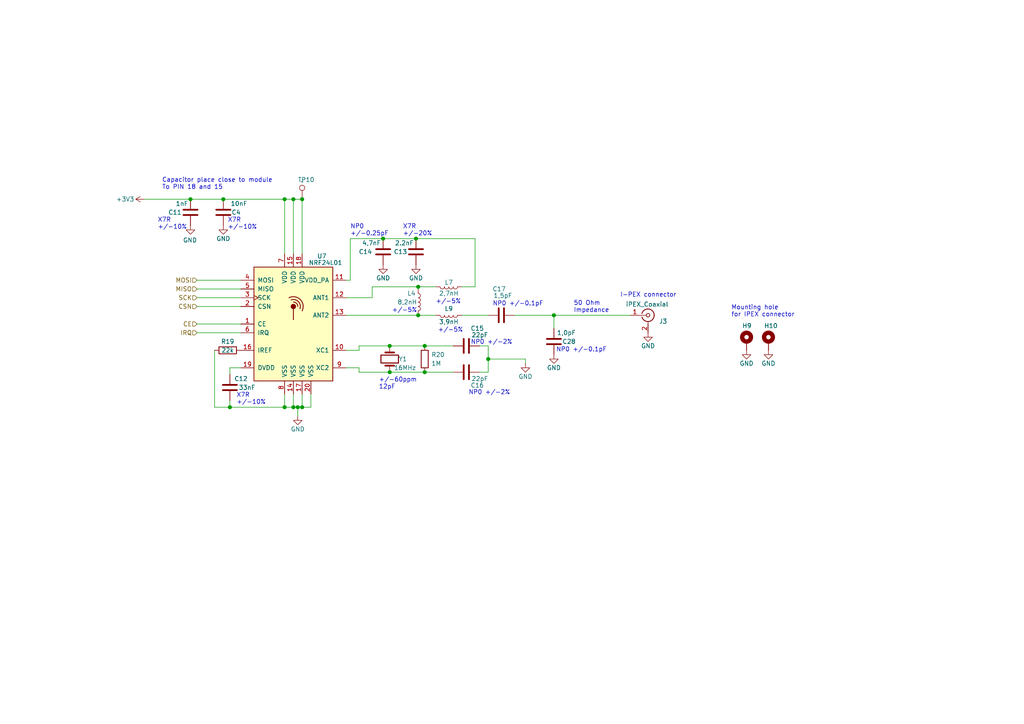
<source format=kicad_sch>
(kicad_sch (version 20211123) (generator eeschema)

  (uuid be1ad959-29f8-4c4e-9fbd-504dfc9dd2f0)

  (paper "A4")

  (lib_symbols
    (symbol "Connector:Conn_Coaxial" (pin_names (offset 1.016) hide) (in_bom yes) (on_board yes)
      (property "Reference" "J" (id 0) (at 0.254 3.048 0)
        (effects (font (size 1.27 1.27)))
      )
      (property "Value" "Conn_Coaxial" (id 1) (at 2.921 0 90)
        (effects (font (size 1.27 1.27)))
      )
      (property "Footprint" "" (id 2) (at 0 0 0)
        (effects (font (size 1.27 1.27)) hide)
      )
      (property "Datasheet" " ~" (id 3) (at 0 0 0)
        (effects (font (size 1.27 1.27)) hide)
      )
      (property "ki_keywords" "BNC SMA SMB SMC LEMO coaxial connector CINCH RCA" (id 4) (at 0 0 0)
        (effects (font (size 1.27 1.27)) hide)
      )
      (property "ki_description" "coaxial connector (BNC, SMA, SMB, SMC, Cinch/RCA, LEMO, ...)" (id 5) (at 0 0 0)
        (effects (font (size 1.27 1.27)) hide)
      )
      (property "ki_fp_filters" "*BNC* *SMA* *SMB* *SMC* *Cinch* *LEMO*" (id 6) (at 0 0 0)
        (effects (font (size 1.27 1.27)) hide)
      )
      (symbol "Conn_Coaxial_0_1"
        (arc (start -1.778 -0.508) (mid 0.222 -1.808) (end 1.778 0)
          (stroke (width 0.254) (type default) (color 0 0 0 0))
          (fill (type none))
        )
        (polyline
          (pts
            (xy -2.54 0)
            (xy -0.508 0)
          )
          (stroke (width 0) (type default) (color 0 0 0 0))
          (fill (type none))
        )
        (polyline
          (pts
            (xy 0 -2.54)
            (xy 0 -1.778)
          )
          (stroke (width 0) (type default) (color 0 0 0 0))
          (fill (type none))
        )
        (circle (center 0 0) (radius 0.508)
          (stroke (width 0.2032) (type default) (color 0 0 0 0))
          (fill (type none))
        )
        (arc (start 1.778 0) (mid 0.222 1.8083) (end -1.778 0.508)
          (stroke (width 0.254) (type default) (color 0 0 0 0))
          (fill (type none))
        )
      )
      (symbol "Conn_Coaxial_1_1"
        (pin passive line (at -5.08 0 0) (length 2.54)
          (name "In" (effects (font (size 1.27 1.27))))
          (number "1" (effects (font (size 1.27 1.27))))
        )
        (pin passive line (at 0 -5.08 90) (length 2.54)
          (name "Ext" (effects (font (size 1.27 1.27))))
          (number "2" (effects (font (size 1.27 1.27))))
        )
      )
    )
    (symbol "Connector:TestPoint" (pin_numbers hide) (pin_names (offset 0.762) hide) (in_bom yes) (on_board yes)
      (property "Reference" "TP" (id 0) (at 0 6.858 0)
        (effects (font (size 1.27 1.27)))
      )
      (property "Value" "TestPoint" (id 1) (at 0 5.08 0)
        (effects (font (size 1.27 1.27)))
      )
      (property "Footprint" "" (id 2) (at 5.08 0 0)
        (effects (font (size 1.27 1.27)) hide)
      )
      (property "Datasheet" "~" (id 3) (at 5.08 0 0)
        (effects (font (size 1.27 1.27)) hide)
      )
      (property "ki_keywords" "test point tp" (id 4) (at 0 0 0)
        (effects (font (size 1.27 1.27)) hide)
      )
      (property "ki_description" "test point" (id 5) (at 0 0 0)
        (effects (font (size 1.27 1.27)) hide)
      )
      (property "ki_fp_filters" "Pin* Test*" (id 6) (at 0 0 0)
        (effects (font (size 1.27 1.27)) hide)
      )
      (symbol "TestPoint_0_1"
        (circle (center 0 3.302) (radius 0.762)
          (stroke (width 0) (type default) (color 0 0 0 0))
          (fill (type none))
        )
      )
      (symbol "TestPoint_1_1"
        (pin passive line (at 0 0 90) (length 2.54)
          (name "1" (effects (font (size 1.27 1.27))))
          (number "1" (effects (font (size 1.27 1.27))))
        )
      )
    )
    (symbol "Device:C" (pin_numbers hide) (pin_names (offset 0.254)) (in_bom yes) (on_board yes)
      (property "Reference" "C" (id 0) (at 0.635 2.54 0)
        (effects (font (size 1.27 1.27)) (justify left))
      )
      (property "Value" "C" (id 1) (at 0.635 -2.54 0)
        (effects (font (size 1.27 1.27)) (justify left))
      )
      (property "Footprint" "" (id 2) (at 0.9652 -3.81 0)
        (effects (font (size 1.27 1.27)) hide)
      )
      (property "Datasheet" "~" (id 3) (at 0 0 0)
        (effects (font (size 1.27 1.27)) hide)
      )
      (property "ki_keywords" "cap capacitor" (id 4) (at 0 0 0)
        (effects (font (size 1.27 1.27)) hide)
      )
      (property "ki_description" "Unpolarized capacitor" (id 5) (at 0 0 0)
        (effects (font (size 1.27 1.27)) hide)
      )
      (property "ki_fp_filters" "C_*" (id 6) (at 0 0 0)
        (effects (font (size 1.27 1.27)) hide)
      )
      (symbol "C_0_1"
        (polyline
          (pts
            (xy -2.032 -0.762)
            (xy 2.032 -0.762)
          )
          (stroke (width 0.508) (type default) (color 0 0 0 0))
          (fill (type none))
        )
        (polyline
          (pts
            (xy -2.032 0.762)
            (xy 2.032 0.762)
          )
          (stroke (width 0.508) (type default) (color 0 0 0 0))
          (fill (type none))
        )
      )
      (symbol "C_1_1"
        (pin passive line (at 0 3.81 270) (length 2.794)
          (name "~" (effects (font (size 1.27 1.27))))
          (number "1" (effects (font (size 1.27 1.27))))
        )
        (pin passive line (at 0 -3.81 90) (length 2.794)
          (name "~" (effects (font (size 1.27 1.27))))
          (number "2" (effects (font (size 1.27 1.27))))
        )
      )
    )
    (symbol "Device:Crystal" (pin_numbers hide) (pin_names (offset 1.016) hide) (in_bom yes) (on_board yes)
      (property "Reference" "Y" (id 0) (at 0 3.81 0)
        (effects (font (size 1.27 1.27)))
      )
      (property "Value" "Crystal" (id 1) (at 0 -3.81 0)
        (effects (font (size 1.27 1.27)))
      )
      (property "Footprint" "" (id 2) (at 0 0 0)
        (effects (font (size 1.27 1.27)) hide)
      )
      (property "Datasheet" "~" (id 3) (at 0 0 0)
        (effects (font (size 1.27 1.27)) hide)
      )
      (property "ki_keywords" "quartz ceramic resonator oscillator" (id 4) (at 0 0 0)
        (effects (font (size 1.27 1.27)) hide)
      )
      (property "ki_description" "Two pin crystal" (id 5) (at 0 0 0)
        (effects (font (size 1.27 1.27)) hide)
      )
      (property "ki_fp_filters" "Crystal*" (id 6) (at 0 0 0)
        (effects (font (size 1.27 1.27)) hide)
      )
      (symbol "Crystal_0_1"
        (rectangle (start -1.143 2.54) (end 1.143 -2.54)
          (stroke (width 0.3048) (type default) (color 0 0 0 0))
          (fill (type none))
        )
        (polyline
          (pts
            (xy -2.54 0)
            (xy -1.905 0)
          )
          (stroke (width 0) (type default) (color 0 0 0 0))
          (fill (type none))
        )
        (polyline
          (pts
            (xy -1.905 -1.27)
            (xy -1.905 1.27)
          )
          (stroke (width 0.508) (type default) (color 0 0 0 0))
          (fill (type none))
        )
        (polyline
          (pts
            (xy 1.905 -1.27)
            (xy 1.905 1.27)
          )
          (stroke (width 0.508) (type default) (color 0 0 0 0))
          (fill (type none))
        )
        (polyline
          (pts
            (xy 2.54 0)
            (xy 1.905 0)
          )
          (stroke (width 0) (type default) (color 0 0 0 0))
          (fill (type none))
        )
      )
      (symbol "Crystal_1_1"
        (pin passive line (at -3.81 0 0) (length 1.27)
          (name "1" (effects (font (size 1.27 1.27))))
          (number "1" (effects (font (size 1.27 1.27))))
        )
        (pin passive line (at 3.81 0 180) (length 1.27)
          (name "2" (effects (font (size 1.27 1.27))))
          (number "2" (effects (font (size 1.27 1.27))))
        )
      )
    )
    (symbol "Device:L" (pin_numbers hide) (pin_names (offset 1.016) hide) (in_bom yes) (on_board yes)
      (property "Reference" "L" (id 0) (at -1.27 0 90)
        (effects (font (size 1.27 1.27)))
      )
      (property "Value" "L" (id 1) (at 1.905 0 90)
        (effects (font (size 1.27 1.27)))
      )
      (property "Footprint" "" (id 2) (at 0 0 0)
        (effects (font (size 1.27 1.27)) hide)
      )
      (property "Datasheet" "~" (id 3) (at 0 0 0)
        (effects (font (size 1.27 1.27)) hide)
      )
      (property "ki_keywords" "inductor choke coil reactor magnetic" (id 4) (at 0 0 0)
        (effects (font (size 1.27 1.27)) hide)
      )
      (property "ki_description" "Inductor" (id 5) (at 0 0 0)
        (effects (font (size 1.27 1.27)) hide)
      )
      (property "ki_fp_filters" "Choke_* *Coil* Inductor_* L_*" (id 6) (at 0 0 0)
        (effects (font (size 1.27 1.27)) hide)
      )
      (symbol "L_0_1"
        (arc (start 0 -2.54) (mid 0.635 -1.905) (end 0 -1.27)
          (stroke (width 0) (type default) (color 0 0 0 0))
          (fill (type none))
        )
        (arc (start 0 -1.27) (mid 0.635 -0.635) (end 0 0)
          (stroke (width 0) (type default) (color 0 0 0 0))
          (fill (type none))
        )
        (arc (start 0 0) (mid 0.635 0.635) (end 0 1.27)
          (stroke (width 0) (type default) (color 0 0 0 0))
          (fill (type none))
        )
        (arc (start 0 1.27) (mid 0.635 1.905) (end 0 2.54)
          (stroke (width 0) (type default) (color 0 0 0 0))
          (fill (type none))
        )
      )
      (symbol "L_1_1"
        (pin passive line (at 0 3.81 270) (length 1.27)
          (name "1" (effects (font (size 1.27 1.27))))
          (number "1" (effects (font (size 1.27 1.27))))
        )
        (pin passive line (at 0 -3.81 90) (length 1.27)
          (name "2" (effects (font (size 1.27 1.27))))
          (number "2" (effects (font (size 1.27 1.27))))
        )
      )
    )
    (symbol "Device:R" (pin_numbers hide) (pin_names (offset 0)) (in_bom yes) (on_board yes)
      (property "Reference" "R" (id 0) (at 2.032 0 90)
        (effects (font (size 1.27 1.27)))
      )
      (property "Value" "R" (id 1) (at 0 0 90)
        (effects (font (size 1.27 1.27)))
      )
      (property "Footprint" "" (id 2) (at -1.778 0 90)
        (effects (font (size 1.27 1.27)) hide)
      )
      (property "Datasheet" "~" (id 3) (at 0 0 0)
        (effects (font (size 1.27 1.27)) hide)
      )
      (property "ki_keywords" "R res resistor" (id 4) (at 0 0 0)
        (effects (font (size 1.27 1.27)) hide)
      )
      (property "ki_description" "Resistor" (id 5) (at 0 0 0)
        (effects (font (size 1.27 1.27)) hide)
      )
      (property "ki_fp_filters" "R_*" (id 6) (at 0 0 0)
        (effects (font (size 1.27 1.27)) hide)
      )
      (symbol "R_0_1"
        (rectangle (start -1.016 -2.54) (end 1.016 2.54)
          (stroke (width 0.254) (type default) (color 0 0 0 0))
          (fill (type none))
        )
      )
      (symbol "R_1_1"
        (pin passive line (at 0 3.81 270) (length 1.27)
          (name "~" (effects (font (size 1.27 1.27))))
          (number "1" (effects (font (size 1.27 1.27))))
        )
        (pin passive line (at 0 -3.81 90) (length 1.27)
          (name "~" (effects (font (size 1.27 1.27))))
          (number "2" (effects (font (size 1.27 1.27))))
        )
      )
    )
    (symbol "Mechanical:MountingHole_Pad" (pin_numbers hide) (pin_names (offset 1.016) hide) (in_bom yes) (on_board yes)
      (property "Reference" "H" (id 0) (at 0 6.35 0)
        (effects (font (size 1.27 1.27)))
      )
      (property "Value" "MountingHole_Pad" (id 1) (at 0 4.445 0)
        (effects (font (size 1.27 1.27)))
      )
      (property "Footprint" "" (id 2) (at 0 0 0)
        (effects (font (size 1.27 1.27)) hide)
      )
      (property "Datasheet" "~" (id 3) (at 0 0 0)
        (effects (font (size 1.27 1.27)) hide)
      )
      (property "ki_keywords" "mounting hole" (id 4) (at 0 0 0)
        (effects (font (size 1.27 1.27)) hide)
      )
      (property "ki_description" "Mounting Hole with connection" (id 5) (at 0 0 0)
        (effects (font (size 1.27 1.27)) hide)
      )
      (property "ki_fp_filters" "MountingHole*Pad*" (id 6) (at 0 0 0)
        (effects (font (size 1.27 1.27)) hide)
      )
      (symbol "MountingHole_Pad_0_1"
        (circle (center 0 1.27) (radius 1.27)
          (stroke (width 1.27) (type default) (color 0 0 0 0))
          (fill (type none))
        )
      )
      (symbol "MountingHole_Pad_1_1"
        (pin input line (at 0 -2.54 90) (length 2.54)
          (name "1" (effects (font (size 1.27 1.27))))
          (number "1" (effects (font (size 1.27 1.27))))
        )
      )
    )
    (symbol "RF:NRF24L01" (pin_names (offset 1.016)) (in_bom yes) (on_board yes)
      (property "Reference" "U" (id 0) (at -11.43 17.78 0)
        (effects (font (size 1.27 1.27)) (justify left))
      )
      (property "Value" "NRF24L01" (id 1) (at 5.08 17.78 0)
        (effects (font (size 1.27 1.27)) (justify left))
      )
      (property "Footprint" "Package_DFN_QFN:QFN-20-1EP_4x4mm_P0.5mm_EP2.5x2.5mm" (id 2) (at 5.08 20.32 0)
        (effects (font (size 1.27 1.27) italic) (justify left) hide)
      )
      (property "Datasheet" "http://www.nordicsemi.com/eng/content/download/2730/34105/file/nRF24L01_Product_Specification_v2_0.pdf" (id 3) (at 0 2.54 0)
        (effects (font (size 1.27 1.27)) hide)
      )
      (property "ki_keywords" "Low Power RF Transciever" (id 4) (at 0 0 0)
        (effects (font (size 1.27 1.27)) hide)
      )
      (property "ki_description" "Ultra low power 2.4GHz RF Transceiver, QFN-20" (id 5) (at 0 0 0)
        (effects (font (size 1.27 1.27)) hide)
      )
      (property "ki_fp_filters" "QFN*4x4*0.5mm*" (id 6) (at 0 0 0)
        (effects (font (size 1.27 1.27)) hide)
      )
      (symbol "NRF24L01_0_1"
        (rectangle (start -11.43 16.51) (end 11.43 -16.51)
          (stroke (width 0.254) (type default) (color 0 0 0 0))
          (fill (type background))
        )
        (polyline
          (pts
            (xy 0 4.445)
            (xy 0 1.27)
          )
          (stroke (width 0.254) (type default) (color 0 0 0 0))
          (fill (type none))
        )
        (circle (center 0 5.08) (radius 0.635)
          (stroke (width 0.254) (type default) (color 0 0 0 0))
          (fill (type outline))
        )
        (arc (start 1.27 5.08) (mid 0.9109 5.9909) (end 0 6.35)
          (stroke (width 0.254) (type default) (color 0 0 0 0))
          (fill (type none))
        )
        (arc (start 1.905 4.445) (mid 1.4383 6.5183) (end -0.635 6.985)
          (stroke (width 0.254) (type default) (color 0 0 0 0))
          (fill (type none))
        )
        (arc (start 2.54 3.81) (mid 2.008 7.088) (end -1.27 7.62)
          (stroke (width 0.254) (type default) (color 0 0 0 0))
          (fill (type none))
        )
        (rectangle (start 11.43 -13.97) (end 11.43 -13.97)
          (stroke (width 0) (type default) (color 0 0 0 0))
          (fill (type none))
        )
      )
      (symbol "NRF24L01_1_1"
        (pin input line (at -15.24 0 0) (length 3.81)
          (name "CE" (effects (font (size 1.27 1.27))))
          (number "1" (effects (font (size 1.27 1.27))))
        )
        (pin passive line (at 15.24 -7.62 180) (length 3.81)
          (name "XC1" (effects (font (size 1.27 1.27))))
          (number "10" (effects (font (size 1.27 1.27))))
        )
        (pin power_out line (at 15.24 12.7 180) (length 3.81)
          (name "VDD_PA" (effects (font (size 1.27 1.27))))
          (number "11" (effects (font (size 1.27 1.27))))
        )
        (pin passive line (at 15.24 7.62 180) (length 3.81)
          (name "ANT1" (effects (font (size 1.27 1.27))))
          (number "12" (effects (font (size 1.27 1.27))))
        )
        (pin passive line (at 15.24 2.54 180) (length 3.81)
          (name "ANT2" (effects (font (size 1.27 1.27))))
          (number "13" (effects (font (size 1.27 1.27))))
        )
        (pin power_in line (at 0 -20.32 90) (length 3.81)
          (name "VSS" (effects (font (size 1.27 1.27))))
          (number "14" (effects (font (size 1.27 1.27))))
        )
        (pin power_in line (at 0 20.32 270) (length 3.81)
          (name "VDD" (effects (font (size 1.27 1.27))))
          (number "15" (effects (font (size 1.27 1.27))))
        )
        (pin passive line (at -15.24 -7.62 0) (length 3.81)
          (name "IREF" (effects (font (size 1.27 1.27))))
          (number "16" (effects (font (size 1.27 1.27))))
        )
        (pin power_in line (at 2.54 -20.32 90) (length 3.81)
          (name "VSS" (effects (font (size 1.27 1.27))))
          (number "17" (effects (font (size 1.27 1.27))))
        )
        (pin power_in line (at 2.54 20.32 270) (length 3.81)
          (name "VDD" (effects (font (size 1.27 1.27))))
          (number "18" (effects (font (size 1.27 1.27))))
        )
        (pin power_out line (at -15.24 -12.7 0) (length 3.81)
          (name "DVDD" (effects (font (size 1.27 1.27))))
          (number "19" (effects (font (size 1.27 1.27))))
        )
        (pin input line (at -15.24 5.08 0) (length 3.81)
          (name "CSN" (effects (font (size 1.27 1.27))))
          (number "2" (effects (font (size 1.27 1.27))))
        )
        (pin power_in line (at 5.08 -20.32 90) (length 3.81)
          (name "VSS" (effects (font (size 1.27 1.27))))
          (number "20" (effects (font (size 1.27 1.27))))
        )
        (pin input clock (at -15.24 7.62 0) (length 3.81)
          (name "SCK" (effects (font (size 1.27 1.27))))
          (number "3" (effects (font (size 1.27 1.27))))
        )
        (pin input line (at -15.24 12.7 0) (length 3.81)
          (name "MOSI" (effects (font (size 1.27 1.27))))
          (number "4" (effects (font (size 1.27 1.27))))
        )
        (pin output line (at -15.24 10.16 0) (length 3.81)
          (name "MISO" (effects (font (size 1.27 1.27))))
          (number "5" (effects (font (size 1.27 1.27))))
        )
        (pin output line (at -15.24 -2.54 0) (length 3.81)
          (name "IRQ" (effects (font (size 1.27 1.27))))
          (number "6" (effects (font (size 1.27 1.27))))
        )
        (pin power_in line (at -2.54 20.32 270) (length 3.81)
          (name "VDD" (effects (font (size 1.27 1.27))))
          (number "7" (effects (font (size 1.27 1.27))))
        )
        (pin power_in line (at -2.54 -20.32 90) (length 3.81)
          (name "VSS" (effects (font (size 1.27 1.27))))
          (number "8" (effects (font (size 1.27 1.27))))
        )
        (pin passive line (at 15.24 -12.7 180) (length 3.81)
          (name "XC2" (effects (font (size 1.27 1.27))))
          (number "9" (effects (font (size 1.27 1.27))))
        )
      )
    )
    (symbol "power:+3V3" (power) (pin_names (offset 0)) (in_bom yes) (on_board yes)
      (property "Reference" "#PWR" (id 0) (at 0 -3.81 0)
        (effects (font (size 1.27 1.27)) hide)
      )
      (property "Value" "+3V3" (id 1) (at 0 3.556 0)
        (effects (font (size 1.27 1.27)))
      )
      (property "Footprint" "" (id 2) (at 0 0 0)
        (effects (font (size 1.27 1.27)) hide)
      )
      (property "Datasheet" "" (id 3) (at 0 0 0)
        (effects (font (size 1.27 1.27)) hide)
      )
      (property "ki_keywords" "power-flag" (id 4) (at 0 0 0)
        (effects (font (size 1.27 1.27)) hide)
      )
      (property "ki_description" "Power symbol creates a global label with name \"+3V3\"" (id 5) (at 0 0 0)
        (effects (font (size 1.27 1.27)) hide)
      )
      (symbol "+3V3_0_1"
        (polyline
          (pts
            (xy -0.762 1.27)
            (xy 0 2.54)
          )
          (stroke (width 0) (type default) (color 0 0 0 0))
          (fill (type none))
        )
        (polyline
          (pts
            (xy 0 0)
            (xy 0 2.54)
          )
          (stroke (width 0) (type default) (color 0 0 0 0))
          (fill (type none))
        )
        (polyline
          (pts
            (xy 0 2.54)
            (xy 0.762 1.27)
          )
          (stroke (width 0) (type default) (color 0 0 0 0))
          (fill (type none))
        )
      )
      (symbol "+3V3_1_1"
        (pin power_in line (at 0 0 90) (length 0) hide
          (name "+3V3" (effects (font (size 1.27 1.27))))
          (number "1" (effects (font (size 1.27 1.27))))
        )
      )
    )
    (symbol "power:GND" (power) (pin_names (offset 0)) (in_bom yes) (on_board yes)
      (property "Reference" "#PWR" (id 0) (at 0 -6.35 0)
        (effects (font (size 1.27 1.27)) hide)
      )
      (property "Value" "GND" (id 1) (at 0 -3.81 0)
        (effects (font (size 1.27 1.27)))
      )
      (property "Footprint" "" (id 2) (at 0 0 0)
        (effects (font (size 1.27 1.27)) hide)
      )
      (property "Datasheet" "" (id 3) (at 0 0 0)
        (effects (font (size 1.27 1.27)) hide)
      )
      (property "ki_keywords" "power-flag" (id 4) (at 0 0 0)
        (effects (font (size 1.27 1.27)) hide)
      )
      (property "ki_description" "Power symbol creates a global label with name \"GND\" , ground" (id 5) (at 0 0 0)
        (effects (font (size 1.27 1.27)) hide)
      )
      (symbol "GND_0_1"
        (polyline
          (pts
            (xy 0 0)
            (xy 0 -1.27)
            (xy 1.27 -1.27)
            (xy 0 -2.54)
            (xy -1.27 -1.27)
            (xy 0 -1.27)
          )
          (stroke (width 0) (type default) (color 0 0 0 0))
          (fill (type none))
        )
      )
      (symbol "GND_1_1"
        (pin power_in line (at 0 0 270) (length 0) hide
          (name "GND" (effects (font (size 1.27 1.27))))
          (number "1" (effects (font (size 1.27 1.27))))
        )
      )
    )
  )

  (junction (at 82.55 57.785) (diameter 1.016) (color 0 0 0 0)
    (uuid 117b8cf8-9cfc-4fcf-807b-fcc5fb20a42c)
  )
  (junction (at 113.03 107.95) (diameter 1.016) (color 0 0 0 0)
    (uuid 13f30964-a0e5-4b66-a3b0-82966c8576ce)
  )
  (junction (at 86.36 118.11) (diameter 1.016) (color 0 0 0 0)
    (uuid 1613aea2-74ff-456a-8f58-2ae446640750)
  )
  (junction (at 85.09 118.11) (diameter 1.016) (color 0 0 0 0)
    (uuid 2a134ab3-6275-4421-945b-c8f4bea31494)
  )
  (junction (at 111.125 69.215) (diameter 1.016) (color 0 0 0 0)
    (uuid 4cd7fbd1-3778-4a48-ab60-c36eed16d8c5)
  )
  (junction (at 66.675 118.11) (diameter 1.016) (color 0 0 0 0)
    (uuid 5bd3fd9a-6dfb-4bec-b754-8acaba09e506)
  )
  (junction (at 121.285 91.44) (diameter 1.016) (color 0 0 0 0)
    (uuid 67ddd466-4c05-43d1-b9c1-73558050f6fc)
  )
  (junction (at 123.19 107.95) (diameter 1.016) (color 0 0 0 0)
    (uuid 69ab893d-e72a-4903-8a42-16f6b5eb229b)
  )
  (junction (at 120.65 69.215) (diameter 1.016) (color 0 0 0 0)
    (uuid 6fe3653d-0c70-4c24-9b09-50a757a60c08)
  )
  (junction (at 87.63 57.785) (diameter 1.016) (color 0 0 0 0)
    (uuid 72745e37-6398-4523-a0b8-fcae44c9df22)
  )
  (junction (at 123.19 100.33) (diameter 1.016) (color 0 0 0 0)
    (uuid 8b798044-1ece-4731-8e5b-91c47e4f5d0a)
  )
  (junction (at 87.63 118.11) (diameter 1.016) (color 0 0 0 0)
    (uuid 9eaea750-5e59-4015-bbbc-7f0606821920)
  )
  (junction (at 82.55 118.11) (diameter 1.016) (color 0 0 0 0)
    (uuid a0669899-5470-43ea-a529-f6722444bf9b)
  )
  (junction (at 160.655 91.44) (diameter 1.016) (color 0 0 0 0)
    (uuid b7cf2839-b1c0-4185-bd2b-8b40d3060ac9)
  )
  (junction (at 121.285 83.185) (diameter 1.016) (color 0 0 0 0)
    (uuid bc12d55d-3029-4430-9232-337b1a62028e)
  )
  (junction (at 85.09 57.785) (diameter 1.016) (color 0 0 0 0)
    (uuid c2fd4927-8431-4c85-b75d-1336c8306cc2)
  )
  (junction (at 64.77 57.785) (diameter 1.016) (color 0 0 0 0)
    (uuid dbe43468-eebc-441c-9a62-ca4c32a51ee8)
  )
  (junction (at 55.245 57.785) (diameter 1.016) (color 0 0 0 0)
    (uuid dd382246-183c-47cd-a1d2-b4a783a36f10)
  )
  (junction (at 113.03 100.33) (diameter 1.016) (color 0 0 0 0)
    (uuid ef79b516-f387-4bff-98aa-61eff96e72d2)
  )
  (junction (at 141.605 104.14) (diameter 1.016) (color 0 0 0 0)
    (uuid f1da6dec-d569-4cfe-b70b-354611bf1d93)
  )

  (wire (pts (xy 62.23 118.11) (xy 62.23 101.6))
    (stroke (width 0) (type solid) (color 0 0 0 0))
    (uuid 03f1d619-9499-48eb-b187-f5cda285044c)
  )
  (wire (pts (xy 66.675 118.11) (xy 62.23 118.11))
    (stroke (width 0) (type solid) (color 0 0 0 0))
    (uuid 03f1d619-9499-48eb-b187-f5cda285044d)
  )
  (wire (pts (xy 141.605 104.14) (xy 152.4 104.14))
    (stroke (width 0) (type solid) (color 0 0 0 0))
    (uuid 04fac5d6-7480-44b7-87fa-21bffd133863)
  )
  (wire (pts (xy 152.4 105.41) (xy 152.4 104.14))
    (stroke (width 0) (type solid) (color 0 0 0 0))
    (uuid 04fac5d6-7480-44b7-87fa-21bffd133864)
  )
  (wire (pts (xy 85.09 114.3) (xy 85.09 118.11))
    (stroke (width 0) (type solid) (color 0 0 0 0))
    (uuid 0615e248-bb28-4371-9eb3-afd6eeb77333)
  )
  (wire (pts (xy 57.15 81.28) (xy 69.85 81.28))
    (stroke (width 0) (type solid) (color 0 0 0 0))
    (uuid 0708150f-a769-4b48-a74f-8b9d2eec663b)
  )
  (wire (pts (xy 133.985 83.185) (xy 137.795 83.185))
    (stroke (width 0) (type solid) (color 0 0 0 0))
    (uuid 0c0c11d3-0707-4db8-844c-4abd811445e1)
  )
  (wire (pts (xy 137.795 69.215) (xy 137.795 83.185))
    (stroke (width 0) (type solid) (color 0 0 0 0))
    (uuid 0c0c11d3-0707-4db8-844c-4abd811445e2)
  )
  (wire (pts (xy 87.63 114.3) (xy 87.63 118.11))
    (stroke (width 0) (type solid) (color 0 0 0 0))
    (uuid 0df59079-63c8-4f17-8aca-89aea74cbc8a)
  )
  (wire (pts (xy 123.19 107.95) (xy 131.445 107.95))
    (stroke (width 0) (type solid) (color 0 0 0 0))
    (uuid 20a96225-6c01-48cb-b3d0-f43adbc638eb)
  )
  (wire (pts (xy 100.33 81.28) (xy 101.6 81.28))
    (stroke (width 0) (type solid) (color 0 0 0 0))
    (uuid 363fc229-28f2-497e-82fc-e4b00b945fc0)
  )
  (wire (pts (xy 101.6 69.215) (xy 101.6 81.28))
    (stroke (width 0) (type solid) (color 0 0 0 0))
    (uuid 363fc229-28f2-497e-82fc-e4b00b945fc1)
  )
  (wire (pts (xy 133.985 91.44) (xy 141.605 91.44))
    (stroke (width 0) (type solid) (color 0 0 0 0))
    (uuid 3964864a-7e85-492c-afb7-47a24e4d8601)
  )
  (wire (pts (xy 85.09 57.785) (xy 85.09 73.66))
    (stroke (width 0) (type solid) (color 0 0 0 0))
    (uuid 4e27ce61-34e6-4280-9ed3-c96ccee69ebe)
  )
  (wire (pts (xy 121.285 91.44) (xy 126.365 91.44))
    (stroke (width 0) (type solid) (color 0 0 0 0))
    (uuid 5ac22ec1-20b0-4797-b42e-23fc8960d60b)
  )
  (wire (pts (xy 160.655 91.44) (xy 160.655 95.25))
    (stroke (width 0) (type solid) (color 0 0 0 0))
    (uuid 62a3c230-44f1-4b22-b1d8-9e25b26bb47f)
  )
  (wire (pts (xy 57.15 83.82) (xy 69.85 83.82))
    (stroke (width 0) (type solid) (color 0 0 0 0))
    (uuid 6bef96a2-881b-4066-8d4b-8244cbcaa0f5)
  )
  (wire (pts (xy 104.14 106.68) (xy 100.33 106.68))
    (stroke (width 0) (type solid) (color 0 0 0 0))
    (uuid 6f0cc2d5-b930-4e11-9215-619d1e763122)
  )
  (wire (pts (xy 104.14 107.95) (xy 104.14 106.68))
    (stroke (width 0) (type solid) (color 0 0 0 0))
    (uuid 6f0cc2d5-b930-4e11-9215-619d1e763123)
  )
  (wire (pts (xy 104.14 107.95) (xy 113.03 107.95))
    (stroke (width 0) (type solid) (color 0 0 0 0))
    (uuid 6f0cc2d5-b930-4e11-9215-619d1e763124)
  )
  (wire (pts (xy 123.19 107.95) (xy 113.03 107.95))
    (stroke (width 0) (type solid) (color 0 0 0 0))
    (uuid 6f0cc2d5-b930-4e11-9215-619d1e763125)
  )
  (wire (pts (xy 139.065 100.33) (xy 141.605 100.33))
    (stroke (width 0) (type solid) (color 0 0 0 0))
    (uuid 731c52e8-e8e4-4c04-90b5-70998b41c3fd)
  )
  (wire (pts (xy 141.605 100.33) (xy 141.605 104.14))
    (stroke (width 0) (type solid) (color 0 0 0 0))
    (uuid 731c52e8-e8e4-4c04-90b5-70998b41c3fe)
  )
  (wire (pts (xy 141.605 104.14) (xy 141.605 107.95))
    (stroke (width 0) (type solid) (color 0 0 0 0))
    (uuid 731c52e8-e8e4-4c04-90b5-70998b41c3ff)
  )
  (wire (pts (xy 141.605 107.95) (xy 139.065 107.95))
    (stroke (width 0) (type solid) (color 0 0 0 0))
    (uuid 731c52e8-e8e4-4c04-90b5-70998b41c400)
  )
  (wire (pts (xy 104.14 100.33) (xy 104.14 101.6))
    (stroke (width 0) (type solid) (color 0 0 0 0))
    (uuid 824b7252-95d0-484e-b699-ff729a2f57a9)
  )
  (wire (pts (xy 104.14 100.33) (xy 113.03 100.33))
    (stroke (width 0) (type solid) (color 0 0 0 0))
    (uuid 824b7252-95d0-484e-b699-ff729a2f57aa)
  )
  (wire (pts (xy 104.14 101.6) (xy 100.33 101.6))
    (stroke (width 0) (type solid) (color 0 0 0 0))
    (uuid 824b7252-95d0-484e-b699-ff729a2f57ab)
  )
  (wire (pts (xy 123.19 100.33) (xy 113.03 100.33))
    (stroke (width 0) (type solid) (color 0 0 0 0))
    (uuid 824b7252-95d0-484e-b699-ff729a2f57ac)
  )
  (wire (pts (xy 66.675 116.205) (xy 66.675 118.11))
    (stroke (width 0) (type solid) (color 0 0 0 0))
    (uuid 825e5317-15c3-442e-b5e3-60092afa4d29)
  )
  (wire (pts (xy 66.675 118.11) (xy 82.55 118.11))
    (stroke (width 0) (type solid) (color 0 0 0 0))
    (uuid 825e5317-15c3-442e-b5e3-60092afa4d2a)
  )
  (wire (pts (xy 100.33 91.44) (xy 121.285 91.44))
    (stroke (width 0) (type solid) (color 0 0 0 0))
    (uuid 84a72599-3ebf-42f0-9cde-70e1d5316913)
  )
  (wire (pts (xy 57.15 96.52) (xy 69.85 96.52))
    (stroke (width 0) (type solid) (color 0 0 0 0))
    (uuid 8635e327-dc92-4c92-a029-14d1fff66a62)
  )
  (wire (pts (xy 66.675 106.68) (xy 69.85 106.68))
    (stroke (width 0) (type solid) (color 0 0 0 0))
    (uuid 932e274d-505d-416d-b71e-cfac15f7751c)
  )
  (wire (pts (xy 66.675 108.585) (xy 66.675 106.68))
    (stroke (width 0) (type solid) (color 0 0 0 0))
    (uuid 932e274d-505d-416d-b71e-cfac15f7751d)
  )
  (wire (pts (xy 82.55 114.3) (xy 82.55 118.11))
    (stroke (width 0) (type solid) (color 0 0 0 0))
    (uuid afb71ad3-d346-46d7-a3ed-7b7c5ee80c4f)
  )
  (wire (pts (xy 82.55 118.11) (xy 85.09 118.11))
    (stroke (width 0) (type solid) (color 0 0 0 0))
    (uuid afb71ad3-d346-46d7-a3ed-7b7c5ee80c50)
  )
  (wire (pts (xy 85.09 118.11) (xy 86.36 118.11))
    (stroke (width 0) (type solid) (color 0 0 0 0))
    (uuid afb71ad3-d346-46d7-a3ed-7b7c5ee80c51)
  )
  (wire (pts (xy 123.19 100.33) (xy 131.445 100.33))
    (stroke (width 0) (type solid) (color 0 0 0 0))
    (uuid afce293e-c13d-4fa4-b573-c19e19ec1413)
  )
  (wire (pts (xy 57.15 86.36) (xy 69.85 86.36))
    (stroke (width 0) (type solid) (color 0 0 0 0))
    (uuid afe62d05-0502-4c95-9cb6-16305a158867)
  )
  (wire (pts (xy 111.125 69.215) (xy 101.6 69.215))
    (stroke (width 0) (type solid) (color 0 0 0 0))
    (uuid b26e928f-0e29-491b-b2ed-82d240b23b26)
  )
  (wire (pts (xy 120.65 69.215) (xy 111.125 69.215))
    (stroke (width 0) (type solid) (color 0 0 0 0))
    (uuid b26e928f-0e29-491b-b2ed-82d240b23b27)
  )
  (wire (pts (xy 137.795 69.215) (xy 120.65 69.215))
    (stroke (width 0) (type solid) (color 0 0 0 0))
    (uuid b26e928f-0e29-491b-b2ed-82d240b23b28)
  )
  (wire (pts (xy 121.285 83.185) (xy 121.285 83.82))
    (stroke (width 0) (type solid) (color 0 0 0 0))
    (uuid b42f8182-b78b-4f94-b0b2-ae84df2faf00)
  )
  (wire (pts (xy 126.365 83.185) (xy 121.285 83.185))
    (stroke (width 0) (type solid) (color 0 0 0 0))
    (uuid b42f8182-b78b-4f94-b0b2-ae84df2faf01)
  )
  (wire (pts (xy 86.36 118.11) (xy 87.63 118.11))
    (stroke (width 0) (type solid) (color 0 0 0 0))
    (uuid b6cf2d05-b4d6-4cc5-bd14-7bdeb3bc9809)
  )
  (wire (pts (xy 86.36 120.65) (xy 86.36 118.11))
    (stroke (width 0) (type solid) (color 0 0 0 0))
    (uuid b6cf2d05-b4d6-4cc5-bd14-7bdeb3bc980a)
  )
  (wire (pts (xy 87.63 118.11) (xy 90.17 118.11))
    (stroke (width 0) (type solid) (color 0 0 0 0))
    (uuid b6cf2d05-b4d6-4cc5-bd14-7bdeb3bc980b)
  )
  (wire (pts (xy 90.17 118.11) (xy 90.17 114.3))
    (stroke (width 0) (type solid) (color 0 0 0 0))
    (uuid b6cf2d05-b4d6-4cc5-bd14-7bdeb3bc980c)
  )
  (wire (pts (xy 107.95 83.185) (xy 121.285 83.185))
    (stroke (width 0) (type solid) (color 0 0 0 0))
    (uuid b8ee136b-fe09-46b7-a31d-c95bde775c82)
  )
  (wire (pts (xy 107.95 86.36) (xy 107.95 83.185))
    (stroke (width 0) (type solid) (color 0 0 0 0))
    (uuid b8ee136b-fe09-46b7-a31d-c95bde775c83)
  )
  (wire (pts (xy 41.91 57.785) (xy 55.245 57.785))
    (stroke (width 0) (type solid) (color 0 0 0 0))
    (uuid c35cfa75-21a2-4838-a43c-44f854dba7ea)
  )
  (wire (pts (xy 55.245 57.785) (xy 64.77 57.785))
    (stroke (width 0) (type solid) (color 0 0 0 0))
    (uuid c35cfa75-21a2-4838-a43c-44f854dba7eb)
  )
  (wire (pts (xy 64.77 57.785) (xy 82.55 57.785))
    (stroke (width 0) (type solid) (color 0 0 0 0))
    (uuid c35cfa75-21a2-4838-a43c-44f854dba7ec)
  )
  (wire (pts (xy 82.55 57.785) (xy 85.09 57.785))
    (stroke (width 0) (type solid) (color 0 0 0 0))
    (uuid c35cfa75-21a2-4838-a43c-44f854dba7ed)
  )
  (wire (pts (xy 85.09 57.785) (xy 87.63 57.785))
    (stroke (width 0) (type solid) (color 0 0 0 0))
    (uuid c35cfa75-21a2-4838-a43c-44f854dba7ee)
  )
  (wire (pts (xy 87.63 57.785) (xy 87.63 73.66))
    (stroke (width 0) (type solid) (color 0 0 0 0))
    (uuid c35cfa75-21a2-4838-a43c-44f854dba7ef)
  )
  (wire (pts (xy 100.33 86.36) (xy 107.95 86.36))
    (stroke (width 0) (type solid) (color 0 0 0 0))
    (uuid cccf0c36-ff0b-44e2-80f4-5d65c2ea2397)
  )
  (wire (pts (xy 82.55 57.785) (xy 82.55 73.66))
    (stroke (width 0) (type solid) (color 0 0 0 0))
    (uuid e13ef057-84d1-4c3e-8030-8bcb82649937)
  )
  (wire (pts (xy 57.15 88.9) (xy 69.85 88.9))
    (stroke (width 0) (type solid) (color 0 0 0 0))
    (uuid e52a70fb-0e8e-41d4-bd18-a2d3dc69bf60)
  )
  (wire (pts (xy 57.15 93.98) (xy 69.85 93.98))
    (stroke (width 0) (type solid) (color 0 0 0 0))
    (uuid edaf068d-05c9-484c-844f-016e0772d414)
  )
  (wire (pts (xy 149.225 91.44) (xy 160.655 91.44))
    (stroke (width 0) (type solid) (color 0 0 0 0))
    (uuid fc45c970-057f-45f5-8110-63817424f990)
  )
  (wire (pts (xy 160.655 91.44) (xy 182.88 91.44))
    (stroke (width 0) (type solid) (color 0 0 0 0))
    (uuid fc45c970-057f-45f5-8110-63817424f991)
  )

  (text "NP0 +/-2%\n\n\n" (at 136.525 104.14 0)
    (effects (font (size 1.27 1.27)) (justify left bottom))
    (uuid 00624bd6-dd0a-49f7-92f5-80034b218776)
  )
  (text "+/-60ppm\n12pF\n" (at 109.855 113.03 0)
    (effects (font (size 1.27 1.27)) (justify left bottom))
    (uuid 345f6235-7aad-448f-b388-3957bbca7c2a)
  )
  (text "Mounting hole\nfor IPEX connector\n" (at 212.09 92.075 0)
    (effects (font (size 1.27 1.27)) (justify left bottom))
    (uuid 4214cca9-3389-4213-8cfb-5e9c3b35258c)
  )
  (text "+/-5%\n" (at 126.365 88.265 0)
    (effects (font (size 1.27 1.27)) (justify left bottom))
    (uuid 4b5f1633-e691-4048-884d-b24cc0037a10)
  )
  (text "+/-5%\n" (at 127 96.52 0)
    (effects (font (size 1.27 1.27)) (justify left bottom))
    (uuid 4da99cb1-0ccf-4623-8e82-507c3dea0f04)
  )
  (text "NP0 +/-0.1pF\n" (at 161.29 102.235 0)
    (effects (font (size 1.27 1.27)) (justify left bottom))
    (uuid 65900b33-9395-40b1-a59c-9065c1e7939d)
  )
  (text "X7R\n+/-20%\n" (at 116.84 68.58 0)
    (effects (font (size 1.27 1.27)) (justify left bottom))
    (uuid 670dcf9f-756b-4066-a02c-c63fb8f127ad)
  )
  (text "NP0 +/-0.1pF\n" (at 142.875 88.9 0)
    (effects (font (size 1.27 1.27)) (justify left bottom))
    (uuid 69fc5a13-9535-4202-a939-bd90b50b5f0f)
  )
  (text "50 Ohm\nImpedance" (at 166.37 90.805 0)
    (effects (font (size 1.27 1.27)) (justify left bottom))
    (uuid 768ba762-c02d-4aec-8ffa-3709cdf09721)
  )
  (text "+/-5%\n" (at 113.665 90.805 0)
    (effects (font (size 1.27 1.27)) (justify left bottom))
    (uuid 77c0cfb6-04a8-443f-8cac-07716d5feccb)
  )
  (text "NP0 +/-2%\n\n\n" (at 135.89 118.745 0)
    (effects (font (size 1.27 1.27)) (justify left bottom))
    (uuid 810afab7-313e-45cf-9b4a-75f7dcc5e5c4)
  )
  (text "X7R\n+/-10%\n" (at 68.58 117.475 0)
    (effects (font (size 1.27 1.27)) (justify left bottom))
    (uuid 888bd7db-0792-453c-b17e-8fb1e2c63dc5)
  )
  (text "X7R\n+/-10%\n" (at 45.72 66.675 0)
    (effects (font (size 1.27 1.27)) (justify left bottom))
    (uuid a5e15cae-97fb-4a30-9cf0-c1ad63ca28e8)
  )
  (text "X7R\n+/-10%\n" (at 66.04 66.675 0)
    (effects (font (size 1.27 1.27)) (justify left bottom))
    (uuid b15ca52f-9206-48d8-8fe7-ba2a0b6d7899)
  )
  (text "I-PEX connector\n" (at 196.215 86.36 180)
    (effects (font (size 1.27 1.27)) (justify right bottom))
    (uuid bc4972f2-e9bb-454a-b83f-ddb8e4ed6f37)
  )
  (text "Capacitor place close to module\nTo PIN 18 and 15\n\n"
    (at 46.99 57.15 0)
    (effects (font (size 1.27 1.27)) (justify left bottom))
    (uuid c4f559f8-be01-41b1-a039-10beb505c1e1)
  )
  (text "NP0\n+/-0.25pF\n" (at 101.6 68.58 0)
    (effects (font (size 1.27 1.27)) (justify left bottom))
    (uuid ee7426b9-e836-4372-8942-7f21da904d0b)
  )

  (hierarchical_label "CSN" (shape input) (at 57.15 88.9 180)
    (effects (font (size 1.27 1.27)) (justify right))
    (uuid 3b0a116a-ef61-430e-bc05-84834c4c6c97)
  )
  (hierarchical_label "MOSI" (shape input) (at 57.15 81.28 180)
    (effects (font (size 1.27 1.27)) (justify right))
    (uuid 5236d3c2-7868-49ef-8a81-32b803691960)
  )
  (hierarchical_label "MISO" (shape input) (at 57.15 83.82 180)
    (effects (font (size 1.27 1.27)) (justify right))
    (uuid 5c970957-caeb-49cf-975f-76b39f30c2fc)
  )
  (hierarchical_label "CE" (shape input) (at 57.15 93.98 180)
    (effects (font (size 1.27 1.27)) (justify right))
    (uuid 6d1f12d9-3f13-4912-9973-bbf85fa3f37f)
  )
  (hierarchical_label "IRQ" (shape input) (at 57.15 96.52 180)
    (effects (font (size 1.27 1.27)) (justify right))
    (uuid 6ff87bc0-52bb-4c67-b3aa-258f121fd504)
  )
  (hierarchical_label "SCK" (shape input) (at 57.15 86.36 180)
    (effects (font (size 1.27 1.27)) (justify right))
    (uuid c889ab3a-5135-46b6-bc6a-8710b61d8a46)
  )

  (symbol (lib_id "Connector:Conn_Coaxial") (at 187.96 91.44 0) (unit 1)
    (in_bom yes) (on_board yes)
    (uuid 0a1608cb-cbde-4699-bfdb-da1d6897b8dd)
    (property "Reference" "J3" (id 0) (at 191.135 93.2054 0)
      (effects (font (size 1.27 1.27)) (justify left))
    )
    (property "Value" "iPEX_Coaxial" (id 1) (at 187.706 88.265 0))
    (property "Footprint" "" (id 2) (at 187.96 91.44 0)
      (effects (font (size 1.27 1.27)) hide)
    )
    (property "Datasheet" " ~" (id 3) (at 187.96 91.44 0)
      (effects (font (size 1.27 1.27)) hide)
    )
    (pin "1" (uuid 066433d4-42e2-4d76-8a84-fe5dfccde2cf))
    (pin "2" (uuid d3127310-bc42-4eb9-9dbc-6bedcfa3affc))
  )

  (symbol (lib_id "Device:R") (at 66.04 101.6 90) (unit 1)
    (in_bom yes) (on_board yes)
    (uuid 20597767-fa26-4724-9ab9-9badb8b75c79)
    (property "Reference" "R19" (id 0) (at 66.04 99.06 90))
    (property "Value" "22k" (id 1) (at 66.04 101.6 90))
    (property "Footprint" "Resistor_SMD:R_0603_1608Metric" (id 2) (at 66.04 103.378 90)
      (effects (font (size 1.27 1.27)) hide)
    )
    (property "Datasheet" "~" (id 3) (at 66.04 101.6 0)
      (effects (font (size 1.27 1.27)) hide)
    )
    (pin "1" (uuid ef1a9e28-822f-46a9-bc97-2cfb1fa1a7b8))
    (pin "2" (uuid e8ebd127-5d34-4846-bc70-e34eafb443ad))
  )

  (symbol (lib_id "power:GND") (at 160.655 102.87 0) (unit 1)
    (in_bom yes) (on_board yes) (fields_autoplaced)
    (uuid 23b4f57f-8df7-4954-9d8c-31b0ee1de120)
    (property "Reference" "#PWR0156" (id 0) (at 160.655 109.22 0)
      (effects (font (size 1.27 1.27)) hide)
    )
    (property "Value" "GND" (id 1) (at 160.655 106.68 0))
    (property "Footprint" "" (id 2) (at 160.655 102.87 0)
      (effects (font (size 1.27 1.27)) hide)
    )
    (property "Datasheet" "" (id 3) (at 160.655 102.87 0)
      (effects (font (size 1.27 1.27)) hide)
    )
    (pin "1" (uuid 70549315-d434-4dfc-9067-2e7f563bd7d6))
  )

  (symbol (lib_id "Device:L") (at 130.175 83.185 270) (unit 1)
    (in_bom yes) (on_board yes)
    (uuid 248ccffa-daaa-4efb-993f-3c7da148c8c6)
    (property "Reference" "L7" (id 0) (at 130.175 81.915 90))
    (property "Value" "2,7nH" (id 1) (at 130.175 85.09 90))
    (property "Footprint" "Inductor_SMD:L_0603_1608Metric" (id 2) (at 130.175 83.185 0)
      (effects (font (size 1.27 1.27)) hide)
    )
    (property "Datasheet" "~" (id 3) (at 130.175 83.185 0)
      (effects (font (size 1.27 1.27)) hide)
    )
    (pin "1" (uuid 7ce8305f-045d-458f-89db-aa4539123f82))
    (pin "2" (uuid e6c4f7f5-b33f-442a-ac54-13b23a653f11))
  )

  (symbol (lib_id "power:+3V3") (at 41.91 57.785 90) (unit 1)
    (in_bom yes) (on_board yes)
    (uuid 298737ac-50ba-4463-ba8d-cf75c4ee2114)
    (property "Reference" "#PWR0153" (id 0) (at 45.72 57.785 0)
      (effects (font (size 1.27 1.27)) hide)
    )
    (property "Value" "+3V3" (id 1) (at 33.655 57.7849 90)
      (effects (font (size 1.27 1.27)) (justify right))
    )
    (property "Footprint" "" (id 2) (at 41.91 57.785 0)
      (effects (font (size 1.27 1.27)) hide)
    )
    (property "Datasheet" "" (id 3) (at 41.91 57.785 0)
      (effects (font (size 1.27 1.27)) hide)
    )
    (pin "1" (uuid 069ed47c-a148-49c2-ae30-5dcb3dc6fd01))
  )

  (symbol (lib_id "Device:C") (at 55.245 61.595 180) (unit 1)
    (in_bom yes) (on_board yes)
    (uuid 298fd758-a3f9-4d0d-bc34-367dfee91028)
    (property "Reference" "C11" (id 0) (at 52.705 61.5951 0)
      (effects (font (size 1.27 1.27)) (justify left))
    )
    (property "Value" "1nF" (id 1) (at 54.61 59.055 0)
      (effects (font (size 1.27 1.27)) (justify left))
    )
    (property "Footprint" "Capacitor_SMD:C_0603_1608Metric" (id 2) (at 54.2798 57.785 0)
      (effects (font (size 1.27 1.27)) hide)
    )
    (property "Datasheet" "~" (id 3) (at 55.245 61.595 0)
      (effects (font (size 1.27 1.27)) hide)
    )
    (pin "1" (uuid a3291227-2a42-427d-98b0-f82cbd19a5dd))
    (pin "2" (uuid 49328a07-b7b9-41c1-a46e-680ecca8f0c9))
  )

  (symbol (lib_id "Device:C") (at 145.415 91.44 90) (unit 1)
    (in_bom yes) (on_board yes)
    (uuid 33bb9f2b-86f9-4e29-ac54-b6836ea3d937)
    (property "Reference" "C17" (id 0) (at 144.78 83.82 90))
    (property "Value" "1,5pF" (id 1) (at 148.59 85.725 90)
      (effects (font (size 1.27 1.27)) (justify left))
    )
    (property "Footprint" "Capacitor_SMD:C_0603_1608Metric" (id 2) (at 149.225 90.4748 0)
      (effects (font (size 1.27 1.27)) hide)
    )
    (property "Datasheet" "~" (id 3) (at 145.415 91.44 0)
      (effects (font (size 1.27 1.27)) hide)
    )
    (pin "1" (uuid 1c71aae6-5da7-405e-8e83-da7575c2e6ab))
    (pin "2" (uuid b001fe0b-7536-47f5-88d8-9faa8bf4bcc6))
  )

  (symbol (lib_id "power:GND") (at 55.245 65.405 0) (unit 1)
    (in_bom yes) (on_board yes)
    (uuid 373d4bf4-e6a7-4c3b-8d6c-ebdcf158bea4)
    (property "Reference" "#PWR0154" (id 0) (at 55.245 71.755 0)
      (effects (font (size 1.27 1.27)) hide)
    )
    (property "Value" "GND" (id 1) (at 57.15 69.6596 0)
      (effects (font (size 1.27 1.27)) (justify right))
    )
    (property "Footprint" "" (id 2) (at 55.245 65.405 0)
      (effects (font (size 1.27 1.27)) hide)
    )
    (property "Datasheet" "" (id 3) (at 55.245 65.405 0)
      (effects (font (size 1.27 1.27)) hide)
    )
    (pin "1" (uuid 92d9e837-a9aa-4418-ada0-7aa9d57f7497))
  )

  (symbol (lib_id "power:GND") (at 152.4 105.41 0) (unit 1)
    (in_bom yes) (on_board yes)
    (uuid 37c8d637-7fa1-4b5a-b39d-ee95b2f50031)
    (property "Reference" "#PWR0113" (id 0) (at 152.4 111.76 0)
      (effects (font (size 1.27 1.27)) hide)
    )
    (property "Value" "GND" (id 1) (at 152.4 109.22 0))
    (property "Footprint" "" (id 2) (at 152.4 105.41 0)
      (effects (font (size 1.27 1.27)) hide)
    )
    (property "Datasheet" "" (id 3) (at 152.4 105.41 0)
      (effects (font (size 1.27 1.27)) hide)
    )
    (pin "1" (uuid a745a41a-1a19-4169-bb15-7aed3a587f22))
  )

  (symbol (lib_id "Mechanical:MountingHole_Pad") (at 216.535 99.06 0) (unit 1)
    (in_bom yes) (on_board yes)
    (uuid 383ad642-829c-4a51-ab03-3a3b9d9345be)
    (property "Reference" "H9" (id 0) (at 215.265 94.4879 0)
      (effects (font (size 1.27 1.27)) (justify left))
    )
    (property "Value" "MountingHole_Pad" (id 1) (at 216.535 94.615 0)
      (effects (font (size 1.27 1.27)) hide)
    )
    (property "Footprint" "" (id 2) (at 216.535 99.06 0)
      (effects (font (size 1.27 1.27)) hide)
    )
    (property "Datasheet" "~" (id 3) (at 216.535 99.06 0)
      (effects (font (size 1.27 1.27)) hide)
    )
    (pin "1" (uuid b4edf4d6-3d9d-4c3a-9604-0f68f6760273))
  )

  (symbol (lib_id "Device:C") (at 160.655 99.06 0) (unit 1)
    (in_bom yes) (on_board yes)
    (uuid 436e384f-ede5-4471-b6e8-6508bdf27237)
    (property "Reference" "C28" (id 0) (at 167.005 99.0601 0)
      (effects (font (size 1.27 1.27)) (justify right))
    )
    (property "Value" "1,0pF" (id 1) (at 167.005 96.5201 0)
      (effects (font (size 1.27 1.27)) (justify right))
    )
    (property "Footprint" "Capacitor_SMD:C_0603_1608Metric" (id 2) (at 161.6202 102.87 0)
      (effects (font (size 1.27 1.27)) hide)
    )
    (property "Datasheet" "~" (id 3) (at 160.655 99.06 0)
      (effects (font (size 1.27 1.27)) hide)
    )
    (pin "1" (uuid 0168c191-b84d-4631-a0d1-67705c58aed6))
    (pin "2" (uuid 5cac17f8-c3b1-4f18-b56f-b9a980334d98))
  )

  (symbol (lib_id "Device:C") (at 135.255 107.95 90) (unit 1)
    (in_bom yes) (on_board yes)
    (uuid 453503ad-c23c-473b-8db1-ed8d2ddae525)
    (property "Reference" "C16" (id 0) (at 138.43 111.76 90))
    (property "Value" "22pF" (id 1) (at 141.605 109.855 90)
      (effects (font (size 1.27 1.27)) (justify left))
    )
    (property "Footprint" "Capacitor_SMD:C_0603_1608Metric" (id 2) (at 139.065 106.9848 0)
      (effects (font (size 1.27 1.27)) hide)
    )
    (property "Datasheet" "~" (id 3) (at 135.255 107.95 0)
      (effects (font (size 1.27 1.27)) hide)
    )
    (pin "1" (uuid 1bbd3092-deed-4f5d-b246-2a9b63f1c80a))
    (pin "2" (uuid 150e1ce3-be1e-42f8-8e25-024aec503da2))
  )

  (symbol (lib_id "RF:NRF24L01") (at 85.09 93.98 0) (unit 1)
    (in_bom yes) (on_board yes)
    (uuid 4a8f4d06-62eb-4587-ab05-7ce322fda9cb)
    (property "Reference" "U7" (id 0) (at 93.345 74.295 0))
    (property "Value" "NRF24L01" (id 1) (at 89.535 76.2 0)
      (effects (font (size 1.27 1.27)) (justify left))
    )
    (property "Footprint" "Package_DFN_QFN:QFN-20-1EP_4x4mm_P0.5mm_EP2.5x2.5mm" (id 2) (at 90.17 73.66 0)
      (effects (font (size 1.27 1.27) italic) (justify left) hide)
    )
    (property "Datasheet" "http://www.nordicsemi.com/eng/content/download/2730/34105/file/nRF24L01_Product_Specification_v2_0.pdf" (id 3) (at 85.09 91.44 0)
      (effects (font (size 1.27 1.27)) hide)
    )
    (pin "1" (uuid 6b12c062-36f9-400d-8031-9400aa8877f9))
    (pin "10" (uuid b1cfb813-6010-4f10-9b64-31df5a2eaf51))
    (pin "11" (uuid ba70909e-7e08-47c7-8eca-eb0fc1508057))
    (pin "12" (uuid 035da8ff-354b-4181-9456-c7789a24bb36))
    (pin "13" (uuid bfa705b4-0068-4df6-ba51-e60fa17c7105))
    (pin "14" (uuid c99cbb34-3d12-4106-ba13-0e583e28c4f9))
    (pin "15" (uuid a27515cb-b2fb-41c0-bdfa-60d72ef1a336))
    (pin "16" (uuid 3e5e7c39-3844-4b9c-a5e7-9a660bb916ae))
    (pin "17" (uuid 24b11c8c-f0e8-4b6b-8469-c0b8b123303d))
    (pin "18" (uuid c4e6eb68-0936-4c9b-abe1-01f2fa88d931))
    (pin "19" (uuid 583c4bbd-4b35-44c7-ba75-deab8c630e0e))
    (pin "2" (uuid 3f63382c-7ce1-45ee-90cb-cc78f380bccf))
    (pin "20" (uuid fbc4aff8-904b-4de2-92e1-1dd22b87dfe0))
    (pin "3" (uuid c5e59675-9a71-4420-8319-9627fbcf5b4a))
    (pin "4" (uuid 315035d7-742d-4ca4-9846-ecd8ea8e9dfa))
    (pin "5" (uuid 73ff9e43-6bf5-44ac-8daa-c66b1def8e5f))
    (pin "6" (uuid 78b5b02d-6292-48e3-8240-72001f463348))
    (pin "7" (uuid e528447c-360f-4fb8-ab16-03d9f88b072b))
    (pin "8" (uuid 0d610600-eed7-481f-b066-73c32da9c377))
    (pin "9" (uuid 7a6b9e94-3ff4-4bd7-aeb5-fb047d026031))
  )

  (symbol (lib_id "Device:Crystal") (at 113.03 104.14 90) (unit 1)
    (in_bom yes) (on_board yes)
    (uuid 4efde240-0129-4a03-8611-0bce3182472a)
    (property "Reference" "Y1" (id 0) (at 115.5699 104.14 90)
      (effects (font (size 1.27 1.27)) (justify right))
    )
    (property "Value" "16MHz" (id 1) (at 117.475 106.68 90))
    (property "Footprint" "Crystal:Crystal_SMD_3225-4Pin_3.2x2.5mm" (id 2) (at 113.03 104.14 0)
      (effects (font (size 1.27 1.27)) hide)
    )
    (property "Datasheet" "~" (id 3) (at 113.03 104.14 0)
      (effects (font (size 1.27 1.27)) hide)
    )
    (pin "1" (uuid 0cbf313f-82f7-47c8-b0f6-230af3ad695b))
    (pin "2" (uuid 29457a17-c7b1-4642-ae64-94d955f422d2))
  )

  (symbol (lib_id "Mechanical:MountingHole_Pad") (at 222.885 99.06 0) (unit 1)
    (in_bom yes) (on_board yes)
    (uuid 501c93f8-a50a-4038-93a6-3297608a66b7)
    (property "Reference" "H10" (id 0) (at 221.615 94.4879 0)
      (effects (font (size 1.27 1.27)) (justify left))
    )
    (property "Value" "MountingHole_Pad" (id 1) (at 222.885 94.615 0)
      (effects (font (size 1.27 1.27)) hide)
    )
    (property "Footprint" "" (id 2) (at 222.885 99.06 0)
      (effects (font (size 1.27 1.27)) hide)
    )
    (property "Datasheet" "~" (id 3) (at 222.885 99.06 0)
      (effects (font (size 1.27 1.27)) hide)
    )
    (pin "1" (uuid 66961e37-b4c9-444e-b0b6-96e600519266))
  )

  (symbol (lib_id "Device:C") (at 111.125 73.025 180) (unit 1)
    (in_bom yes) (on_board yes)
    (uuid 6dc1769c-74e5-433b-a2da-9bf999129d35)
    (property "Reference" "C14" (id 0) (at 107.95 73.0251 0)
      (effects (font (size 1.27 1.27)) (justify left))
    )
    (property "Value" "4,7nF" (id 1) (at 110.49 70.485 0)
      (effects (font (size 1.27 1.27)) (justify left))
    )
    (property "Footprint" "Capacitor_SMD:C_0603_1608Metric" (id 2) (at 110.1598 69.215 0)
      (effects (font (size 1.27 1.27)) hide)
    )
    (property "Datasheet" "~" (id 3) (at 111.125 73.025 0)
      (effects (font (size 1.27 1.27)) hide)
    )
    (pin "1" (uuid e4e803e1-c9e9-4967-8765-d3ce37f047ae))
    (pin "2" (uuid 663872e9-6aea-4cc9-93bb-a58da7820f42))
  )

  (symbol (lib_id "Device:C") (at 135.255 100.33 90) (unit 1)
    (in_bom yes) (on_board yes)
    (uuid 81ca90a2-dd03-4ed7-9e61-ad3743e1d3d0)
    (property "Reference" "C15" (id 0) (at 138.43 95.25 90))
    (property "Value" "22pF" (id 1) (at 141.605 97.155 90)
      (effects (font (size 1.27 1.27)) (justify left))
    )
    (property "Footprint" "Capacitor_SMD:C_0603_1608Metric" (id 2) (at 139.065 99.3648 0)
      (effects (font (size 1.27 1.27)) hide)
    )
    (property "Datasheet" "~" (id 3) (at 135.255 100.33 0)
      (effects (font (size 1.27 1.27)) hide)
    )
    (pin "1" (uuid 8b3a1753-6a1f-4f07-bd46-5b090124b6b8))
    (pin "2" (uuid a0e1eb4a-0529-41d2-a886-2b12702706eb))
  )

  (symbol (lib_id "Device:L") (at 121.285 87.63 0) (unit 1)
    (in_bom yes) (on_board yes)
    (uuid 8385c5be-ad2a-4073-8739-1b9b7161b177)
    (property "Reference" "L4" (id 0) (at 118.11 85.0899 0)
      (effects (font (size 1.27 1.27)) (justify left))
    )
    (property "Value" "8,2nH" (id 1) (at 118.11 87.63 0))
    (property "Footprint" "Inductor_SMD:L_0603_1608Metric" (id 2) (at 121.285 87.63 0)
      (effects (font (size 1.27 1.27)) hide)
    )
    (property "Datasheet" "~" (id 3) (at 121.285 87.63 0)
      (effects (font (size 1.27 1.27)) hide)
    )
    (pin "1" (uuid 1a9550e4-0450-463a-b636-385c8c398a72))
    (pin "2" (uuid 1cd827a2-08b0-4128-875a-37ab5ca332b2))
  )

  (symbol (lib_id "power:GND") (at 86.36 120.65 0) (unit 1)
    (in_bom yes) (on_board yes) (fields_autoplaced)
    (uuid 924fc6a7-3986-4a7b-8bde-ec57e11f2a9e)
    (property "Reference" "#PWR0109" (id 0) (at 86.36 127 0)
      (effects (font (size 1.27 1.27)) hide)
    )
    (property "Value" "GND" (id 1) (at 86.36 124.46 0))
    (property "Footprint" "" (id 2) (at 86.36 120.65 0)
      (effects (font (size 1.27 1.27)) hide)
    )
    (property "Datasheet" "" (id 3) (at 86.36 120.65 0)
      (effects (font (size 1.27 1.27)) hide)
    )
    (pin "1" (uuid 3fdfe386-c966-42bc-b88c-d61ed9492090))
  )

  (symbol (lib_id "Device:L") (at 130.175 91.44 270) (unit 1)
    (in_bom yes) (on_board yes)
    (uuid 95b69d1e-d500-494e-8b30-92d11d23b835)
    (property "Reference" "L9" (id 0) (at 130.175 89.535 90))
    (property "Value" "3,9nH" (id 1) (at 130.175 93.345 90))
    (property "Footprint" "Inductor_SMD:L_0603_1608Metric" (id 2) (at 130.175 91.44 0)
      (effects (font (size 1.27 1.27)) hide)
    )
    (property "Datasheet" "~" (id 3) (at 130.175 91.44 0)
      (effects (font (size 1.27 1.27)) hide)
    )
    (pin "1" (uuid fae6b974-766b-43df-a145-cfa24b22edbd))
    (pin "2" (uuid d51b802c-fbac-469f-a5ca-5e1f70bb17b6))
  )

  (symbol (lib_id "Device:R") (at 123.19 104.14 0) (unit 1)
    (in_bom yes) (on_board yes) (fields_autoplaced)
    (uuid 977777f6-db3d-4e94-9bf5-ee58bee35c93)
    (property "Reference" "R20" (id 0) (at 125.095 102.8699 0)
      (effects (font (size 1.27 1.27)) (justify left))
    )
    (property "Value" "1M" (id 1) (at 125.095 105.4099 0)
      (effects (font (size 1.27 1.27)) (justify left))
    )
    (property "Footprint" "Resistor_SMD:R_0603_1608Metric" (id 2) (at 121.412 104.14 90)
      (effects (font (size 1.27 1.27)) hide)
    )
    (property "Datasheet" "~" (id 3) (at 123.19 104.14 0)
      (effects (font (size 1.27 1.27)) hide)
    )
    (pin "1" (uuid 2d8412a2-d368-4d19-9a17-9dd9f697c320))
    (pin "2" (uuid 18c641ef-88a7-445f-a406-bd624f55275b))
  )

  (symbol (lib_id "power:GND") (at 187.96 96.52 0) (unit 1)
    (in_bom yes) (on_board yes) (fields_autoplaced)
    (uuid 9c92da89-7420-4dc0-ba14-b8fa2c2944a3)
    (property "Reference" "#PWR0143" (id 0) (at 187.96 102.87 0)
      (effects (font (size 1.27 1.27)) hide)
    )
    (property "Value" "GND" (id 1) (at 187.96 100.33 0))
    (property "Footprint" "" (id 2) (at 187.96 96.52 0)
      (effects (font (size 1.27 1.27)) hide)
    )
    (property "Datasheet" "" (id 3) (at 187.96 96.52 0)
      (effects (font (size 1.27 1.27)) hide)
    )
    (pin "1" (uuid 057f7e85-4945-4d7f-ac4c-fc9715a38e3f))
  )

  (symbol (lib_id "power:GND") (at 120.65 76.835 0) (unit 1)
    (in_bom yes) (on_board yes) (fields_autoplaced)
    (uuid 9edac9fc-95e3-4fbe-bc87-d1f25cc28255)
    (property "Reference" "#PWR0115" (id 0) (at 120.65 83.185 0)
      (effects (font (size 1.27 1.27)) hide)
    )
    (property "Value" "GND" (id 1) (at 120.65 80.645 0))
    (property "Footprint" "" (id 2) (at 120.65 76.835 0)
      (effects (font (size 1.27 1.27)) hide)
    )
    (property "Datasheet" "" (id 3) (at 120.65 76.835 0)
      (effects (font (size 1.27 1.27)) hide)
    )
    (pin "1" (uuid 474cb37b-be4d-41af-ac6b-57b4656a0d97))
  )

  (symbol (lib_id "power:GND") (at 222.885 101.6 0) (unit 1)
    (in_bom yes) (on_board yes) (fields_autoplaced)
    (uuid 9eeec199-d18b-4960-bb0d-379986fa382c)
    (property "Reference" "#PWR011" (id 0) (at 222.885 107.95 0)
      (effects (font (size 1.27 1.27)) hide)
    )
    (property "Value" "GND" (id 1) (at 222.885 105.41 0))
    (property "Footprint" "" (id 2) (at 222.885 101.6 0)
      (effects (font (size 1.27 1.27)) hide)
    )
    (property "Datasheet" "" (id 3) (at 222.885 101.6 0)
      (effects (font (size 1.27 1.27)) hide)
    )
    (pin "1" (uuid 4f4f5f55-3ee4-4fa7-bea8-0586912d9da0))
  )

  (symbol (lib_id "Connector:TestPoint") (at 87.63 57.785 0) (unit 1)
    (in_bom yes) (on_board yes)
    (uuid b73c7c18-79de-4f23-b1fd-7f760c2923a5)
    (property "Reference" "TP10" (id 0) (at 86.36 52.1334 0)
      (effects (font (size 1.27 1.27)) (justify left))
    )
    (property "Value" "~" (id 1) (at 87.63 52.705 0))
    (property "Footprint" "" (id 2) (at 92.71 57.785 0)
      (effects (font (size 1.27 1.27)) hide)
    )
    (property "Datasheet" "~" (id 3) (at 92.71 57.785 0)
      (effects (font (size 1.27 1.27)) hide)
    )
    (pin "1" (uuid dd7063fe-3d20-499a-ad5c-93bd90a8f98c))
  )

  (symbol (lib_id "power:GND") (at 216.535 101.6 0) (unit 1)
    (in_bom yes) (on_board yes) (fields_autoplaced)
    (uuid b7e0fd5e-f398-4d0f-ad06-4029e291e85f)
    (property "Reference" "#PWR010" (id 0) (at 216.535 107.95 0)
      (effects (font (size 1.27 1.27)) hide)
    )
    (property "Value" "GND" (id 1) (at 216.535 105.41 0))
    (property "Footprint" "" (id 2) (at 216.535 101.6 0)
      (effects (font (size 1.27 1.27)) hide)
    )
    (property "Datasheet" "" (id 3) (at 216.535 101.6 0)
      (effects (font (size 1.27 1.27)) hide)
    )
    (pin "1" (uuid 4ae6f36e-a045-4b0b-9d39-651e74de3c67))
  )

  (symbol (lib_id "Device:C") (at 66.675 112.395 0) (unit 1)
    (in_bom yes) (on_board yes)
    (uuid bb177fc1-6d22-4a12-abcd-05affc45cc16)
    (property "Reference" "C12" (id 0) (at 67.945 109.8549 0)
      (effects (font (size 1.27 1.27)) (justify left))
    )
    (property "Value" "33nF" (id 1) (at 69.215 112.395 0)
      (effects (font (size 1.27 1.27)) (justify left))
    )
    (property "Footprint" "Capacitor_SMD:C_0603_1608Metric" (id 2) (at 67.6402 116.205 0)
      (effects (font (size 1.27 1.27)) hide)
    )
    (property "Datasheet" "~" (id 3) (at 66.675 112.395 0)
      (effects (font (size 1.27 1.27)) hide)
    )
    (pin "1" (uuid 684f7e80-354c-48a0-ad3a-97c94df29c33))
    (pin "2" (uuid ee38c0f6-9bf9-4237-86ad-1095e03d951c))
  )

  (symbol (lib_id "Device:C") (at 64.77 61.595 180) (unit 1)
    (in_bom yes) (on_board yes)
    (uuid c8d3ef96-508e-40cc-8329-0815292fcf9b)
    (property "Reference" "C4" (id 0) (at 69.85 61.5951 0)
      (effects (font (size 1.27 1.27)) (justify left))
    )
    (property "Value" "10nF" (id 1) (at 71.755 59.055 0)
      (effects (font (size 1.27 1.27)) (justify left))
    )
    (property "Footprint" "Capacitor_SMD:C_0603_1608Metric" (id 2) (at 63.8048 57.785 0)
      (effects (font (size 1.27 1.27)) hide)
    )
    (property "Datasheet" "~" (id 3) (at 64.77 61.595 0)
      (effects (font (size 1.27 1.27)) hide)
    )
    (pin "1" (uuid c9584122-ba7a-4efa-8e07-16786a924f00))
    (pin "2" (uuid 4df850ec-3001-4617-940c-793d32fc81f0))
  )

  (symbol (lib_id "power:GND") (at 111.125 76.835 0) (unit 1)
    (in_bom yes) (on_board yes) (fields_autoplaced)
    (uuid ddaaca7b-e77d-4459-93ec-cad88fd1e7a2)
    (property "Reference" "#PWR0155" (id 0) (at 111.125 83.185 0)
      (effects (font (size 1.27 1.27)) hide)
    )
    (property "Value" "GND" (id 1) (at 111.125 80.645 0))
    (property "Footprint" "" (id 2) (at 111.125 76.835 0)
      (effects (font (size 1.27 1.27)) hide)
    )
    (property "Datasheet" "" (id 3) (at 111.125 76.835 0)
      (effects (font (size 1.27 1.27)) hide)
    )
    (pin "1" (uuid f98a170d-dde3-4388-87d9-3a728e66e8b1))
  )

  (symbol (lib_id "power:GND") (at 64.77 65.405 0) (unit 1)
    (in_bom yes) (on_board yes) (fields_autoplaced)
    (uuid e8a68ba2-0298-4b32-8af1-f23966f22bb9)
    (property "Reference" "#PWR0110" (id 0) (at 64.77 71.755 0)
      (effects (font (size 1.27 1.27)) hide)
    )
    (property "Value" "GND" (id 1) (at 64.77 69.215 0))
    (property "Footprint" "" (id 2) (at 64.77 65.405 0)
      (effects (font (size 1.27 1.27)) hide)
    )
    (property "Datasheet" "" (id 3) (at 64.77 65.405 0)
      (effects (font (size 1.27 1.27)) hide)
    )
    (pin "1" (uuid 9a011fc5-cbcb-4018-ab6f-a5f659d77cb3))
  )

  (symbol (lib_id "Device:C") (at 120.65 73.025 180) (unit 1)
    (in_bom yes) (on_board yes)
    (uuid f3bbe401-051b-4e0e-a07e-a07fc31f4ead)
    (property "Reference" "C13" (id 0) (at 118.11 73.0251 0)
      (effects (font (size 1.27 1.27)) (justify left))
    )
    (property "Value" "2.2nF" (id 1) (at 120.015 70.485 0)
      (effects (font (size 1.27 1.27)) (justify left))
    )
    (property "Footprint" "Capacitor_SMD:C_0603_1608Metric" (id 2) (at 119.6848 69.215 0)
      (effects (font (size 1.27 1.27)) hide)
    )
    (property "Datasheet" "~" (id 3) (at 120.65 73.025 0)
      (effects (font (size 1.27 1.27)) hide)
    )
    (pin "1" (uuid 91d957db-957d-4644-a34b-362a73d9ac48))
    (pin "2" (uuid a9907f7a-9b29-4eac-b8c3-a3a1e4380ad0))
  )
)

</source>
